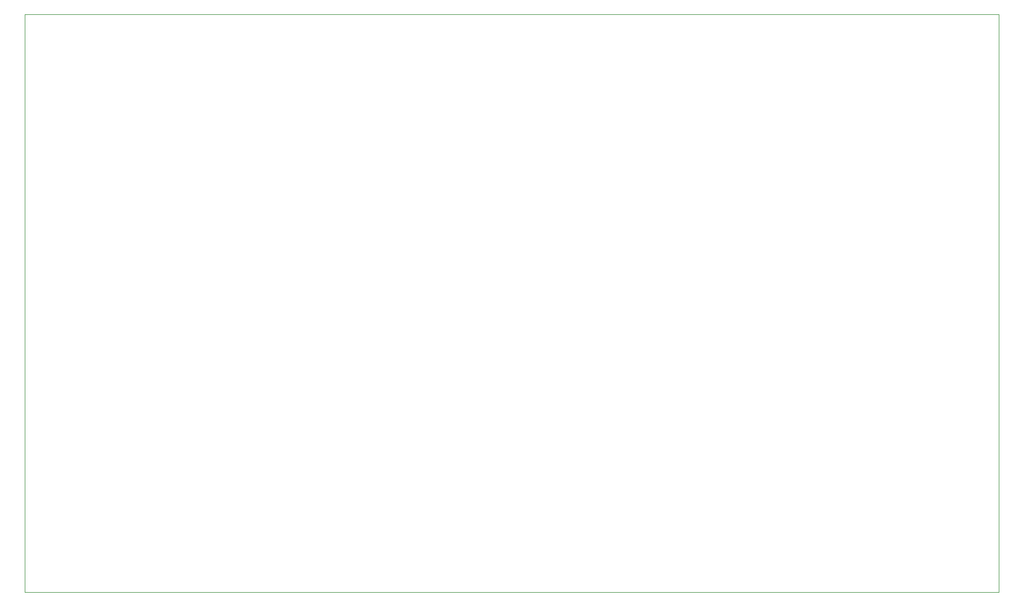
<source format=gbr>
G04 #@! TF.GenerationSoftware,KiCad,Pcbnew,(5.0.1)-4*
G04 #@! TF.CreationDate,2019-07-01T17:08:37-03:00*
G04 #@! TF.ProjectId,pcb_amplificador,7063625F616D706C6966696361646F72,rev?*
G04 #@! TF.SameCoordinates,Original*
G04 #@! TF.FileFunction,Profile,NP*
%FSLAX46Y46*%
G04 Gerber Fmt 4.6, Leading zero omitted, Abs format (unit mm)*
G04 Created by KiCad (PCBNEW (5.0.1)-4) date 01/07/2019 17:08:37*
%MOMM*%
%LPD*%
G01*
G04 APERTURE LIST*
%ADD10C,0.050000*%
G04 APERTURE END LIST*
D10*
X179070000Y-52070000D02*
X29210000Y-52070000D01*
X179070000Y-140970000D02*
X179070000Y-52070000D01*
X29210000Y-140970000D02*
X179070000Y-140970000D01*
X29210000Y-52070000D02*
X29210000Y-140970000D01*
M02*

</source>
